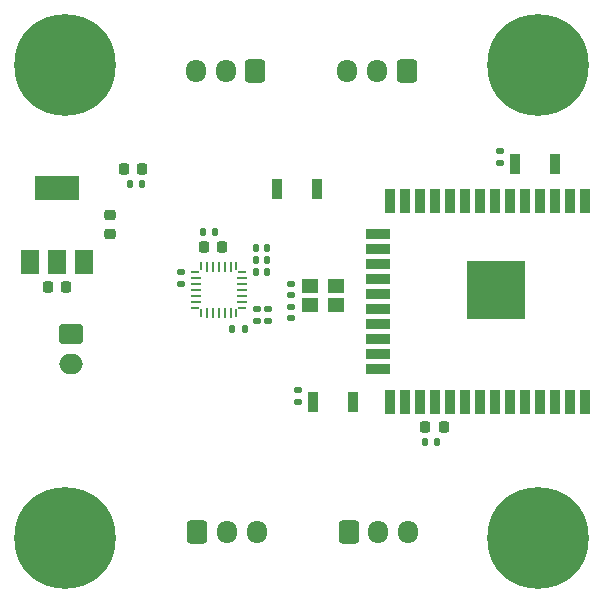
<source format=gbr>
%TF.GenerationSoftware,KiCad,Pcbnew,(6.0.7)*%
%TF.CreationDate,2023-02-10T17:06:25+01:00*%
%TF.ProjectId,STM32L0_ESP32_Breakout_Board,53544d33-324c-4305-9f45-535033325f42,rev?*%
%TF.SameCoordinates,Original*%
%TF.FileFunction,Soldermask,Top*%
%TF.FilePolarity,Negative*%
%FSLAX46Y46*%
G04 Gerber Fmt 4.6, Leading zero omitted, Abs format (unit mm)*
G04 Created by KiCad (PCBNEW (6.0.7)) date 2023-02-10 17:06:25*
%MOMM*%
%LPD*%
G01*
G04 APERTURE LIST*
G04 Aperture macros list*
%AMRoundRect*
0 Rectangle with rounded corners*
0 $1 Rounding radius*
0 $2 $3 $4 $5 $6 $7 $8 $9 X,Y pos of 4 corners*
0 Add a 4 corners polygon primitive as box body*
4,1,4,$2,$3,$4,$5,$6,$7,$8,$9,$2,$3,0*
0 Add four circle primitives for the rounded corners*
1,1,$1+$1,$2,$3*
1,1,$1+$1,$4,$5*
1,1,$1+$1,$6,$7*
1,1,$1+$1,$8,$9*
0 Add four rect primitives between the rounded corners*
20,1,$1+$1,$2,$3,$4,$5,0*
20,1,$1+$1,$4,$5,$6,$7,0*
20,1,$1+$1,$6,$7,$8,$9,0*
20,1,$1+$1,$8,$9,$2,$3,0*%
%AMFreePoly0*
4,1,14,0.230680,0.111820,0.364320,-0.021821,0.377500,-0.053642,0.377500,-0.080000,0.364320,-0.111820,0.332500,-0.125000,-0.332500,-0.125000,-0.364320,-0.111820,-0.377500,-0.080000,-0.377500,0.080000,-0.364320,0.111820,-0.332500,0.125000,0.198860,0.125000,0.230680,0.111820,0.230680,0.111820,$1*%
%AMFreePoly1*
4,1,14,0.364320,0.111820,0.377500,0.080000,0.377501,0.053640,0.364318,0.021819,0.230680,-0.111820,0.198860,-0.125000,-0.332500,-0.125000,-0.364320,-0.111820,-0.377500,-0.080000,-0.377500,0.080000,-0.364320,0.111820,-0.332500,0.125000,0.332500,0.125000,0.364320,0.111820,0.364320,0.111820,$1*%
%AMFreePoly2*
4,1,15,0.053642,0.377500,0.080000,0.377500,0.111820,0.364320,0.125000,0.332500,0.125000,-0.332500,0.111820,-0.364320,0.080000,-0.377500,-0.080000,-0.377500,-0.111820,-0.364320,-0.125000,-0.332500,-0.125000,0.198860,-0.111820,0.230680,0.021820,0.364320,0.053640,0.377501,0.053642,0.377500,0.053642,0.377500,$1*%
%AMFreePoly3*
4,1,14,-0.021820,0.364320,0.111820,0.230679,0.125000,0.198858,0.125000,-0.332500,0.111820,-0.364320,0.080000,-0.377500,-0.080000,-0.377500,-0.111820,-0.364320,-0.125000,-0.332500,-0.125000,0.332500,-0.111820,0.364320,-0.080000,0.377500,-0.053640,0.377500,-0.021820,0.364320,-0.021820,0.364320,$1*%
%AMFreePoly4*
4,1,14,0.364320,0.111820,0.377500,0.080000,0.377500,-0.080000,0.364320,-0.111820,0.332500,-0.125000,-0.198860,-0.125001,-0.230681,-0.111818,-0.364320,0.021820,-0.377500,0.053640,-0.377500,0.080000,-0.364320,0.111820,-0.332500,0.125000,0.332500,0.125000,0.364320,0.111820,0.364320,0.111820,$1*%
%AMFreePoly5*
4,1,15,-0.198858,0.125000,0.332500,0.125000,0.364320,0.111820,0.377500,0.080000,0.377500,-0.080000,0.364320,-0.111820,0.332500,-0.125000,-0.332500,-0.125000,-0.364320,-0.111820,-0.377500,-0.080000,-0.377500,-0.053640,-0.364320,-0.021820,-0.230680,0.111820,-0.198860,0.125001,-0.198858,0.125000,-0.198858,0.125000,$1*%
%AMFreePoly6*
4,1,14,0.111820,0.364320,0.125000,0.332500,0.125001,-0.198860,0.111818,-0.230681,-0.021820,-0.364320,-0.053640,-0.377500,-0.080000,-0.377500,-0.111820,-0.364320,-0.125000,-0.332500,-0.125000,0.332500,-0.111820,0.364320,-0.080000,0.377500,0.080000,0.377500,0.111820,0.364320,0.111820,0.364320,$1*%
%AMFreePoly7*
4,1,14,0.111820,0.364320,0.125000,0.332500,0.125000,-0.332500,0.111820,-0.364320,0.080000,-0.377500,0.053640,-0.377501,0.021819,-0.364318,-0.111820,-0.230680,-0.125000,-0.198860,-0.125000,0.332500,-0.111820,0.364320,-0.080000,0.377500,0.080000,0.377500,0.111820,0.364320,0.111820,0.364320,$1*%
G04 Aperture macros list end*
%ADD10RoundRect,0.140000X0.170000X-0.140000X0.170000X0.140000X-0.170000X0.140000X-0.170000X-0.140000X0*%
%ADD11RoundRect,0.135000X0.135000X0.185000X-0.135000X0.185000X-0.135000X-0.185000X0.135000X-0.185000X0*%
%ADD12R,1.500000X2.000000*%
%ADD13R,3.800000X2.000000*%
%ADD14RoundRect,0.135000X-0.135000X-0.185000X0.135000X-0.185000X0.135000X0.185000X-0.135000X0.185000X0*%
%ADD15RoundRect,0.140000X-0.170000X0.140000X-0.170000X-0.140000X0.170000X-0.140000X0.170000X0.140000X0*%
%ADD16C,0.900000*%
%ADD17C,8.600000*%
%ADD18FreePoly0,180.000000*%
%ADD19RoundRect,0.062500X0.375000X0.062500X-0.375000X0.062500X-0.375000X-0.062500X0.375000X-0.062500X0*%
%ADD20FreePoly1,180.000000*%
%ADD21FreePoly2,180.000000*%
%ADD22RoundRect,0.062500X0.062500X0.375000X-0.062500X0.375000X-0.062500X-0.375000X0.062500X-0.375000X0*%
%ADD23FreePoly3,180.000000*%
%ADD24FreePoly4,180.000000*%
%ADD25FreePoly5,180.000000*%
%ADD26FreePoly6,180.000000*%
%ADD27FreePoly7,180.000000*%
%ADD28RoundRect,0.218750X-0.218750X-0.256250X0.218750X-0.256250X0.218750X0.256250X-0.218750X0.256250X0*%
%ADD29RoundRect,0.250000X0.600000X0.725000X-0.600000X0.725000X-0.600000X-0.725000X0.600000X-0.725000X0*%
%ADD30O,1.700000X1.950000*%
%ADD31R,1.400000X1.150000*%
%ADD32RoundRect,0.135000X0.185000X-0.135000X0.185000X0.135000X-0.185000X0.135000X-0.185000X-0.135000X0*%
%ADD33R,0.900000X2.000000*%
%ADD34R,2.000000X0.900000*%
%ADD35R,5.000000X5.000000*%
%ADD36R,0.900000X1.700000*%
%ADD37RoundRect,0.140000X-0.140000X-0.170000X0.140000X-0.170000X0.140000X0.170000X-0.140000X0.170000X0*%
%ADD38RoundRect,0.225000X0.250000X-0.225000X0.250000X0.225000X-0.250000X0.225000X-0.250000X-0.225000X0*%
%ADD39RoundRect,0.147500X-0.147500X-0.172500X0.147500X-0.172500X0.147500X0.172500X-0.147500X0.172500X0*%
%ADD40RoundRect,0.250000X-0.750000X0.600000X-0.750000X-0.600000X0.750000X-0.600000X0.750000X0.600000X0*%
%ADD41O,2.000000X1.700000*%
%ADD42RoundRect,0.225000X0.225000X0.250000X-0.225000X0.250000X-0.225000X-0.250000X0.225000X-0.250000X0*%
%ADD43RoundRect,0.218750X0.218750X0.256250X-0.218750X0.256250X-0.218750X-0.256250X0.218750X-0.256250X0*%
%ADD44RoundRect,0.250000X-0.600000X-0.725000X0.600000X-0.725000X0.600000X0.725000X-0.600000X0.725000X0*%
G04 APERTURE END LIST*
D10*
%TO.C,C8*%
X134100000Y-98480000D03*
X134100000Y-97520000D03*
%TD*%
D11*
%TO.C,R1*%
X121502500Y-89060000D03*
X120482500Y-89060000D03*
%TD*%
D12*
%TO.C,U1*%
X112000000Y-95650000D03*
D13*
X114300000Y-89350000D03*
D12*
X114300000Y-95650000D03*
X116600000Y-95650000D03*
%TD*%
D14*
%TO.C,R2*%
X129165000Y-101300000D03*
X130185000Y-101300000D03*
%TD*%
D15*
%TO.C,C3*%
X132200000Y-99645000D03*
X132200000Y-100605000D03*
%TD*%
D16*
%TO.C,H4*%
X117280419Y-116719581D03*
X115000000Y-115775000D03*
X111775000Y-119000000D03*
X112719581Y-116719581D03*
X118225000Y-119000000D03*
X115000000Y-122225000D03*
X112719581Y-121280419D03*
X117280419Y-121280419D03*
D17*
X115000000Y-119000000D03*
%TD*%
D18*
%TO.C,U2*%
X129997500Y-99500000D03*
D19*
X129937500Y-99000000D03*
X129937500Y-98500000D03*
X129937500Y-98000000D03*
X129937500Y-97500000D03*
X129937500Y-97000000D03*
D20*
X129997500Y-96500000D03*
D21*
X129500000Y-96002500D03*
D22*
X129000000Y-96062500D03*
X128500000Y-96062500D03*
X128000000Y-96062500D03*
X127500000Y-96062500D03*
X127000000Y-96062500D03*
D23*
X126500000Y-96002500D03*
D24*
X126002500Y-96500000D03*
D19*
X126062500Y-97000000D03*
X126062500Y-97500000D03*
X126062500Y-98000000D03*
X126062500Y-98500000D03*
X126062500Y-99000000D03*
D25*
X126002500Y-99500000D03*
D26*
X126500000Y-99997500D03*
D22*
X127000000Y-99937500D03*
X127500000Y-99937500D03*
X128000000Y-99937500D03*
X128500000Y-99937500D03*
X129000000Y-99937500D03*
D27*
X129500000Y-99997500D03*
%TD*%
D28*
%TO.C,D2*%
X126712500Y-94400000D03*
X128287500Y-94400000D03*
%TD*%
%TO.C,D3*%
X145457500Y-109600000D03*
X147032500Y-109600000D03*
%TD*%
D29*
%TO.C,J3*%
X131100000Y-79450000D03*
D30*
X128600000Y-79450000D03*
X126100000Y-79450000D03*
%TD*%
D31*
%TO.C,X1*%
X135700000Y-99300000D03*
X137900000Y-99300000D03*
X137900000Y-97700000D03*
X135700000Y-97700000D03*
%TD*%
D32*
%TO.C,R3*%
X134675000Y-107510000D03*
X134675000Y-106490000D03*
%TD*%
D33*
%TO.C,U3*%
X159005000Y-90500000D03*
X157735000Y-90500000D03*
X156465000Y-90500000D03*
X155195000Y-90500000D03*
X153925000Y-90500000D03*
X152655000Y-90500000D03*
X151385000Y-90500000D03*
X150115000Y-90500000D03*
X148845000Y-90500000D03*
X147575000Y-90500000D03*
X146305000Y-90500000D03*
X145035000Y-90500000D03*
X143765000Y-90500000D03*
X142495000Y-90500000D03*
D34*
X141495000Y-93285000D03*
X141495000Y-94555000D03*
X141495000Y-95825000D03*
X141495000Y-97095000D03*
X141495000Y-98365000D03*
X141495000Y-99635000D03*
X141495000Y-100905000D03*
X141495000Y-102175000D03*
X141495000Y-103445000D03*
X141495000Y-104715000D03*
D33*
X142495000Y-107500000D03*
X143765000Y-107500000D03*
X145035000Y-107500000D03*
X146305000Y-107500000D03*
X147575000Y-107500000D03*
X148845000Y-107500000D03*
X150115000Y-107500000D03*
X151385000Y-107500000D03*
X152655000Y-107500000D03*
X153925000Y-107500000D03*
X155195000Y-107500000D03*
X156465000Y-107500000D03*
X157735000Y-107500000D03*
X159005000Y-107500000D03*
D35*
X151505000Y-98000000D03*
%TD*%
D10*
%TO.C,C5*%
X124800000Y-97480000D03*
X124800000Y-96520000D03*
%TD*%
D14*
%TO.C,R4*%
X126690000Y-93100000D03*
X127710000Y-93100000D03*
%TD*%
D36*
%TO.C,SW1*%
X132900000Y-89500000D03*
X136300000Y-89500000D03*
%TD*%
D15*
%TO.C,C4*%
X131200000Y-99645000D03*
X131200000Y-100605000D03*
%TD*%
D32*
%TO.C,R5*%
X151790000Y-87300000D03*
X151790000Y-86280000D03*
%TD*%
D37*
%TO.C,C7*%
X131120000Y-95500000D03*
X132080000Y-95500000D03*
%TD*%
D14*
%TO.C,R6*%
X145435000Y-110900000D03*
X146455000Y-110900000D03*
%TD*%
D38*
%TO.C,C2*%
X118800000Y-93250000D03*
X118800000Y-91700000D03*
%TD*%
D36*
%TO.C,SW2*%
X139350000Y-107500000D03*
X135950000Y-107500000D03*
%TD*%
D29*
%TO.C,J4*%
X143900000Y-79450000D03*
D30*
X141400000Y-79450000D03*
X138900000Y-79450000D03*
%TD*%
D16*
%TO.C,H1*%
X118225000Y-79000000D03*
X117280419Y-76719581D03*
X115000000Y-82225000D03*
X112719581Y-81280419D03*
X115000000Y-75775000D03*
X117280419Y-81280419D03*
X112719581Y-76719581D03*
D17*
X115000000Y-79000000D03*
D16*
X111775000Y-79000000D03*
%TD*%
D39*
%TO.C,FB1*%
X131115000Y-94500000D03*
X132085000Y-94500000D03*
%TD*%
D17*
%TO.C,H3*%
X155000000Y-119000000D03*
D16*
X155000000Y-122225000D03*
X151775000Y-119000000D03*
X152719581Y-121280419D03*
X158225000Y-119000000D03*
X155000000Y-115775000D03*
X152719581Y-116719581D03*
X157280419Y-121280419D03*
X157280419Y-116719581D03*
%TD*%
%TO.C,H2*%
X152719581Y-81280419D03*
X157280419Y-76719581D03*
X158225000Y-79000000D03*
X157280419Y-81280419D03*
X152719581Y-76719581D03*
X151775000Y-79000000D03*
X155000000Y-82225000D03*
D17*
X155000000Y-79000000D03*
D16*
X155000000Y-75775000D03*
%TD*%
D40*
%TO.C,J1*%
X115450000Y-101750000D03*
D41*
X115450000Y-104250000D03*
%TD*%
D15*
%TO.C,C9*%
X134100000Y-99420000D03*
X134100000Y-100380000D03*
%TD*%
D42*
%TO.C,C1*%
X115075000Y-97800000D03*
X113525000Y-97800000D03*
%TD*%
D36*
%TO.C,SW3*%
X156470000Y-87340000D03*
X153070000Y-87340000D03*
%TD*%
D43*
%TO.C,D1*%
X121530000Y-87735000D03*
X119955000Y-87735000D03*
%TD*%
D44*
%TO.C,J5*%
X139000000Y-118500000D03*
D30*
X141500000Y-118500000D03*
X144000000Y-118500000D03*
%TD*%
D44*
%TO.C,J2*%
X126200000Y-118500000D03*
D30*
X128700000Y-118500000D03*
X131200000Y-118500000D03*
%TD*%
D37*
%TO.C,C6*%
X131120000Y-96500000D03*
X132080000Y-96500000D03*
%TD*%
M02*

</source>
